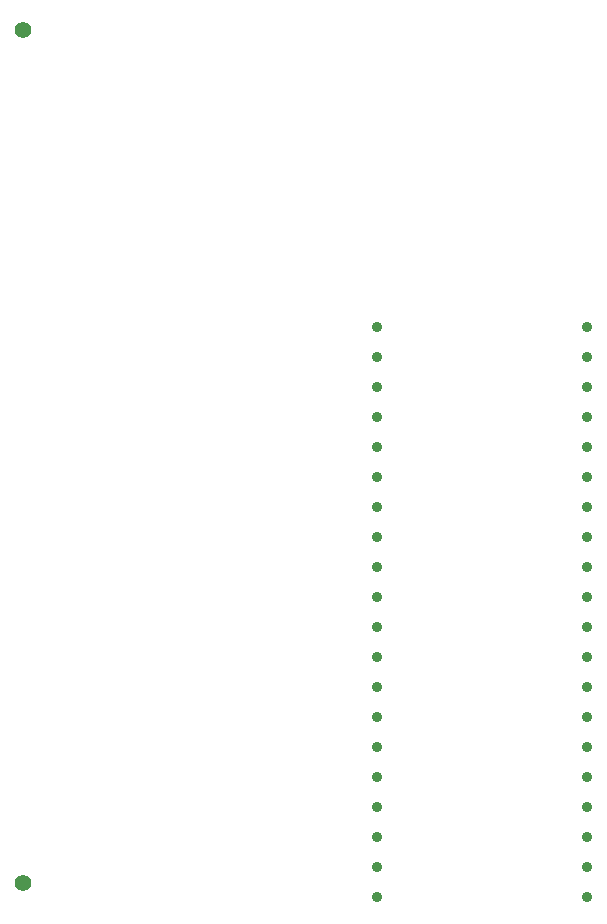
<source format=gbr>
G04 Layer_Color=0*
%FSLAX24Y24*%
%MOIN*%
%TF.FileFunction,Plated,1,2,PTH,Drill*%
%TF.Part,Single*%
G01*
G75*
%TA.AperFunction,ComponentDrill*%
%ADD46C,0.0551*%
%ADD47C,0.0354*%
D46*
X16142Y15976D02*
D03*
Y44409D02*
D03*
D47*
X27953Y15535D02*
D03*
Y16535D02*
D03*
Y17535D02*
D03*
Y18535D02*
D03*
Y19535D02*
D03*
Y20535D02*
D03*
Y21535D02*
D03*
Y22535D02*
D03*
Y23535D02*
D03*
Y24535D02*
D03*
Y25535D02*
D03*
Y26535D02*
D03*
Y27535D02*
D03*
Y28535D02*
D03*
Y29535D02*
D03*
Y30535D02*
D03*
Y31535D02*
D03*
Y32535D02*
D03*
Y33535D02*
D03*
Y34535D02*
D03*
X34953Y27535D02*
D03*
Y26535D02*
D03*
Y25535D02*
D03*
Y24535D02*
D03*
Y23535D02*
D03*
Y22535D02*
D03*
Y21535D02*
D03*
Y20535D02*
D03*
Y19535D02*
D03*
Y18535D02*
D03*
Y17535D02*
D03*
Y16535D02*
D03*
Y15535D02*
D03*
Y28535D02*
D03*
Y29535D02*
D03*
Y30535D02*
D03*
Y31535D02*
D03*
Y32535D02*
D03*
Y33535D02*
D03*
Y34535D02*
D03*
%TF.MD5,18707a404fd8c19aa52491ec2aca73ac*%
M02*

</source>
